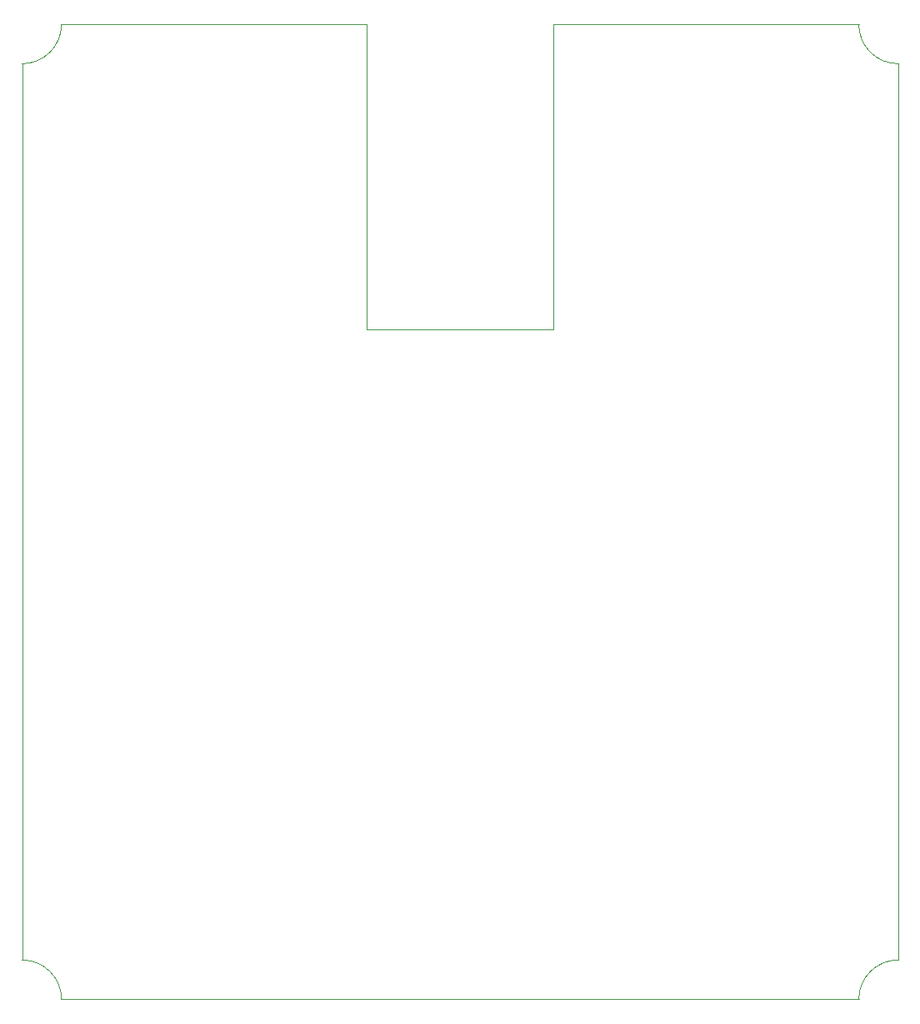
<source format=gbr>
%TF.GenerationSoftware,KiCad,Pcbnew,9.0.1*%
%TF.CreationDate,2025-05-05T15:00:31+02:00*%
%TF.ProjectId,macroboard,6d616372-6f62-46f6-9172-642e6b696361,rev?*%
%TF.SameCoordinates,Original*%
%TF.FileFunction,Profile,NP*%
%FSLAX46Y46*%
G04 Gerber Fmt 4.6, Leading zero omitted, Abs format (unit mm)*
G04 Created by KiCad (PCBNEW 9.0.1) date 2025-05-05 15:00:31*
%MOMM*%
%LPD*%
G01*
G04 APERTURE LIST*
%TA.AperFunction,Profile*%
%ADD10C,0.050000*%
%TD*%
G04 APERTURE END LIST*
D10*
X67000000Y-132000000D02*
G75*
G02*
X71000000Y-136000000I0J-4000000D01*
G01*
X156000000Y-132000000D02*
X156000000Y-41000000D01*
X71000000Y-37000000D02*
G75*
G02*
X67000000Y-41000000I-4000000J0D01*
G01*
X121000000Y-68000000D02*
X121000000Y-37000000D01*
X156000000Y-41000000D02*
G75*
G02*
X152000000Y-37000000I0J4000000D01*
G01*
X152000000Y-136000000D02*
G75*
G02*
X156000000Y-132000000I4000000J0D01*
G01*
X102000000Y-37000000D02*
X71000000Y-37000000D01*
X102000000Y-37000000D02*
X102000000Y-68000000D01*
X71000000Y-136000000D02*
X152000000Y-136000000D01*
X121000000Y-37000000D02*
X152000000Y-37000000D01*
X102000000Y-68000000D02*
X121000000Y-68000000D01*
X67000000Y-41000000D02*
X67000000Y-132000000D01*
M02*

</source>
